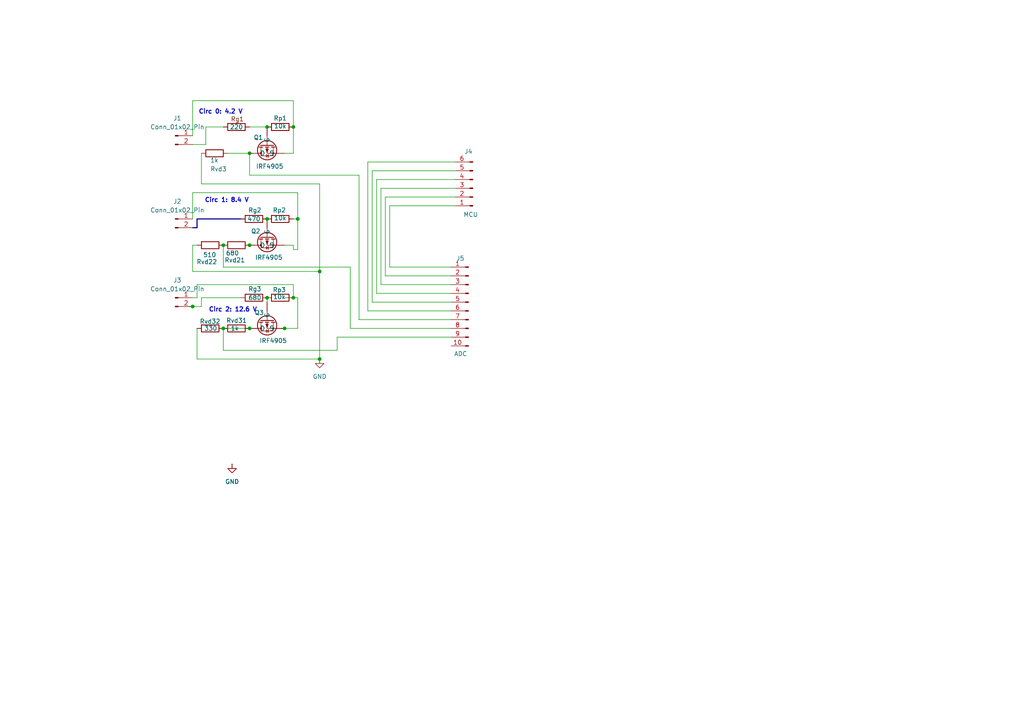
<source format=kicad_sch>
(kicad_sch (version 20250114) (generator "eeschema") (generator_version "9.0")
  (paper "A4")
  (title_block (title "BMS ") (date "2026-01-01") (rev "01") (comment 5 "Mosfet Switches save power. Only on during measurement") (comment 6 "Three Channels: 4.2V, 8.4V, 12.6V") (comment 7 "creativecommons.com") (comment 8 "Licence: TBD") (comment 9 "Author: Garth John  Martinsen"))
  (lib_symbols
    (symbol "Connector:Conn_01x02_Pin" (pin_names (offset 1.016) (hide yes))
      (property "Reference" "J" (at 0 2.54 0))
      (property "Value" "Conn_01x02_Pin" (at 0 -5.08 0))
      (symbol "Conn_01x02_Pin_1_1"
        (rectangle (start 0.8636 0.127) (end 0 -0.127) (stroke (width 0.1524)) (fill (type outline)))
        (rectangle (start 0.8636 -2.413) (end 0 -2.667) (stroke (width 0.1524)) (fill (type outline)))
        (polyline (pts (xy 1.27 0) (xy 0.8636 0)) (stroke (width 0.1524)))
        (polyline (pts (xy 1.27 -2.54) (xy 0.8636 -2.54)) (stroke (width 0.1524)))
        (pin passive line (at 5.08 0 180) (length 3.81) (name "Pin_1") (number "1"))
        (pin passive line (at 5.08 -2.54 180) (length 3.81) (name "Pin_2") (number "2"))
      )
    )
    (symbol "Connector:Conn_01x06_Pin" (pin_names (offset 1.016) (hide yes))
      (property "Reference" "J" (at 0 7.62 0))
      (property "Value" "Conn_01x06_Pin" (at 0 -10.16 0))
      (symbol "Conn_01x06_Pin_1_1"
        (rectangle (start 0.8636 5.207) (end 0 4.953) (stroke (width 0.1524)) (fill (type outline)))
        (rectangle (start 0.8636 2.667) (end 0 2.413) (stroke (width 0.1524)) (fill (type outline)))
        (rectangle (start 0.8636 0.127) (end 0 -0.127) (stroke (width 0.1524)) (fill (type outline)))
        (rectangle (start 0.8636 -2.413) (end 0 -2.667) (stroke (width 0.1524)) (fill (type outline)))
        (rectangle (start 0.8636 -4.953) (end 0 -5.207) (stroke (width 0.1524)) (fill (type outline)))
        (rectangle (start 0.8636 -7.493) (end 0 -7.747) (stroke (width 0.1524)) (fill (type outline)))
        (polyline (pts (xy 1.27 5.08) (xy 0.8636 5.08)) (stroke (width 0.1524)))
        (polyline (pts (xy 1.27 2.54) (xy 0.8636 2.54)) (stroke (width 0.1524)))
        (polyline (pts (xy 1.27 0) (xy 0.8636 0)) (stroke (width 0.1524)))
        (polyline (pts (xy 1.27 -2.54) (xy 0.8636 -2.54)) (stroke (width 0.1524)))
        (polyline (pts (xy 1.27 -5.08) (xy 0.8636 -5.08)) (stroke (width 0.1524)))
        (polyline (pts (xy 1.27 -7.62) (xy 0.8636 -7.62)) (stroke (width 0.1524)))
        (pin passive line (at 5.08 5.08 180) (length 3.81) (name "Pin_1") (number "1"))
        (pin passive line (at 5.08 2.54 180) (length 3.81) (name "Pin_2") (number "2"))
        (pin passive line (at 5.08 0 180) (length 3.81) (name "Pin_3") (number "3"))
        (pin passive line (at 5.08 -2.54 180) (length 3.81) (name "Pin_4") (number "4"))
        (pin passive line (at 5.08 -5.08 180) (length 3.81) (name "Pin_5") (number "5"))
        (pin passive line (at 5.08 -7.62 180) (length 3.81) (name "Pin_6") (number "6"))
      )
    )
    (symbol "Connector:Conn_01x10_Pin" (pin_names (offset 1.016) (hide yes))
      (property "Reference" "J" (at 0 12.7 0))
      (property "Value" "Conn_01x10_Pin" (at 0 -15.24 0))
      (symbol "Conn_01x10_Pin_1_1"
        (rectangle (start 0.8636 10.287) (end 0 10.033) (stroke (width 0.1524)) (fill (type outline)))
        (rectangle (start 0.8636 7.747) (end 0 7.493) (stroke (width 0.1524)) (fill (type outline)))
        (rectangle (start 0.8636 5.207) (end 0 4.953) (stroke (width 0.1524)) (fill (type outline)))
        (rectangle (start 0.8636 2.667) (end 0 2.413) (stroke (width 0.1524)) (fill (type outline)))
        (rectangle (start 0.8636 0.127) (end 0 -0.127) (stroke (width 0.1524)) (fill (type outline)))
        (rectangle (start 0.8636 -2.413) (end 0 -2.667) (stroke (width 0.1524)) (fill (type outline)))
        (rectangle (start 0.8636 -4.953) (end 0 -5.207) (stroke (width 0.1524)) (fill (type outline)))
        (rectangle (start 0.8636 -7.493) (end 0 -7.747) (stroke (width 0.1524)) (fill (type outline)))
        (rectangle (start 0.8636 -10.033) (end 0 -10.287) (stroke (width 0.1524)) (fill (type outline)))
        (rectangle (start 0.8636 -12.573) (end 0 -12.827) (stroke (width 0.1524)) (fill (type outline)))
        (polyline (pts (xy 1.27 10.16) (xy 0.8636 10.16)) (stroke (width 0.1524)))
        (polyline (pts (xy 1.27 7.62) (xy 0.8636 7.62)) (stroke (width 0.1524)))
        (polyline (pts (xy 1.27 5.08) (xy 0.8636 5.08)) (stroke (width 0.1524)))
        (polyline (pts (xy 1.27 2.54) (xy 0.8636 2.54)) (stroke (width 0.1524)))
        (polyline (pts (xy 1.27 0) (xy 0.8636 0)) (stroke (width 0.1524)))
        (polyline (pts (xy 1.27 -2.54) (xy 0.8636 -2.54)) (stroke (width 0.1524)))
        (polyline (pts (xy 1.27 -5.08) (xy 0.8636 -5.08)) (stroke (width 0.1524)))
        (polyline (pts (xy 1.27 -7.62) (xy 0.8636 -7.62)) (stroke (width 0.1524)))
        (polyline (pts (xy 1.27 -10.16) (xy 0.8636 -10.16)) (stroke (width 0.1524)))
        (polyline (pts (xy 1.27 -12.7) (xy 0.8636 -12.7)) (stroke (width 0.1524)))
        (pin passive line (at 5.08 10.16 180) (length 3.81) (name "Pin_1") (number "1"))
        (pin passive line (at 5.08 7.62 180) (length 3.81) (name "Pin_2") (number "2"))
        (pin passive line (at 5.08 5.08 180) (length 3.81) (name "Pin_3") (number "3"))
        (pin passive line (at 5.08 2.54 180) (length 3.81) (name "Pin_4") (number "4"))
        (pin passive line (at 5.08 0 180) (length 3.81) (name "Pin_5") (number "5"))
        (pin passive line (at 5.08 -2.54 180) (length 3.81) (name "Pin_6") (number "6"))
        (pin passive line (at 5.08 -5.08 180) (length 3.81) (name "Pin_7") (number "7"))
        (pin passive line (at 5.08 -7.62 180) (length 3.81) (name "Pin_8") (number "8"))
        (pin passive line (at 5.08 -10.16 180) (length 3.81) (name "Pin_9") (number "9"))
        (pin passive line (at 5.08 -12.7 180) (length 3.81) (name "Pin_10") (number "10"))
      )
    )
    (symbol "Device:R" (pin_numbers (hide yes)) (pin_names (offset 0))
      (property "Reference" "R" (at 1.27 -0.762 0))
      (property "Value" "Rp1" (at 1.27 1.27 0))
      (symbol "R_0_1"
        (rectangle (start -1.27 2.286) (end 3.81 0.254) (stroke (width 0.254)))
      )
      (symbol "R_1_1"
        (pin passive line (at -2.54 1.27 0) (length 1.27) (name "~") (number "2"))
        (pin passive line (at 5.08 1.27 180) (length 1.27) (name "~") (number "1"))
      )
    )
    (symbol "IRF4905_1" (pin_numbers (hide yes))
      (property "Reference" "Q" (at 5.08 1.905 0))
      (property "Value" "IRF4905" (at 5.08 0 0))
      (symbol "IRF4905_1_0_1"
        (polyline (pts (xy 0.254 1.905) (xy 0.254 -1.905)) (stroke (width 0.254)))
        (polyline (pts (xy 0.254 0) (xy -2.54 0)))
        (polyline (pts (xy 0.762 2.286) (xy 0.762 1.27)) (stroke (width 0.254)))
        (polyline (pts (xy 0.762 1.778) (xy 3.302 1.778) (xy 3.302 -1.778) (xy 0.762 -1.778)))
        (polyline (pts (xy 0.762 0.508) (xy 0.762 -0.508)) (stroke (width 0.254)))
        (polyline (pts (xy 0.762 -1.27) (xy 0.762 -2.286)) (stroke (width 0.254)))
        (circle (center 1.651 0) (radius 2.794) (stroke (width 0.254)))
        (polyline (pts (xy 2.286 0) (xy 1.27 0.381) (xy 1.27 -0.381) (xy 2.286 0)) (fill (type outline)))
        (polyline (pts (xy 2.54 2.54) (xy 2.54 1.778)))
        (circle (center 2.54 1.778) (radius 0.254) (fill (type outline)))
        (circle (center 2.54 -1.778) (radius 0.254) (fill (type outline)))
        (polyline (pts (xy 2.54 -2.54) (xy 2.54 0) (xy 0.762 0)))
        (polyline (pts (xy 2.794 -0.508) (xy 2.921 -0.381) (xy 3.683 -0.381) (xy 3.81 -0.254)))
        (polyline (pts (xy 3.302 -0.381) (xy 2.921 0.254) (xy 3.683 0.254) (xy 3.302 -0.381)))
      )
      (symbol "IRF4905_1_1_1"
        (pin input line (at -5.08 0 0) (length 2.54) (name "G") (number "1"))
        (pin passive line (at 2.54 5.08 270) (length 2.54) (name "D") (number "2"))
        (pin passive line (at 2.54 -5.08 90) (length 2.54) (name "S") (number "3"))
      )
    )
    (symbol "IRF4905_2" (pin_numbers (hide yes))
      (property "Reference" "Q" (at 5.08 1.905 0))
      (property "Value" "IRF4905" (at 5.08 0 0))
      (symbol "IRF4905_2_0_1"
        (polyline (pts (xy 0.254 1.905) (xy 0.254 -1.905)) (stroke (width 0.254)))
        (polyline (pts (xy 0.254 0) (xy -2.54 0)))
        (polyline (pts (xy 0.762 2.286) (xy 0.762 1.27)) (stroke (width 0.254)))
        (polyline (pts (xy 0.762 1.778) (xy 3.302 1.778) (xy 3.302 -1.778) (xy 0.762 -1.778)))
        (polyline (pts (xy 0.762 0.508) (xy 0.762 -0.508)) (stroke (width 0.254)))
        (polyline (pts (xy 0.762 -1.27) (xy 0.762 -2.286)) (stroke (width 0.254)))
        (circle (center 1.651 0) (radius 2.794) (stroke (width 0.254)))
        (polyline (pts (xy 2.286 0) (xy 1.27 0.381) (xy 1.27 -0.381) (xy 2.286 0)) (fill (type outline)))
        (polyline (pts (xy 2.54 2.54) (xy 2.54 1.778)))
        (circle (center 2.54 1.778) (radius 0.254) (fill (type outline)))
        (circle (center 2.54 -1.778) (radius 0.254) (fill (type outline)))
        (polyline (pts (xy 2.54 -2.54) (xy 2.54 0) (xy 0.762 0)))
        (polyline (pts (xy 2.794 -0.508) (xy 2.921 -0.381) (xy 3.683 -0.381) (xy 3.81 -0.254)))
        (polyline (pts (xy 3.302 -0.381) (xy 2.921 0.254) (xy 3.683 0.254) (xy 3.302 -0.381)))
      )
      (symbol "IRF4905_2_1_1"
        (pin input line (at -5.08 0 0) (length 2.54) (name "G") (number "1"))
        (pin passive line (at 2.54 5.08 270) (length 2.54) (name "D") (number "2"))
        (pin passive line (at 2.54 -5.08 90) (length 2.54) (name "S") (number "3"))
      )
    )
    (symbol "R_1" (pin_numbers (hide yes)) (pin_names (offset 0))
      (property "Reference" "R" (at 2.032 0 90))
      (property "Value" "R" (at 0 0 90))
      (symbol "R_1_0_1"
        (rectangle (start -1.016 -2.54) (end 1.016 2.54) (stroke (width 0.254)))
      )
      (symbol "R_1_1_1"
        (pin passive line (at 0 3.81 270) (length 1.27) (name "~") (number "1"))
        (pin passive line (at 0 -3.81 90) (length 1.27) (name "~") (number "2"))
      )
    )
    (symbol "Transistor_FET:IRF4905" (pin_numbers (hide yes))
      (property "Reference" "Q" (at 5.08 1.905 0))
      (property "Value" "IRF4905" (at 5.08 0 0))
      (symbol "IRF4905_0_1"
        (polyline (pts (xy 0.254 1.905) (xy 0.254 -1.905)) (stroke (width 0.254)))
        (polyline (pts (xy 0.254 0) (xy -2.54 0)))
        (polyline (pts (xy 0.762 2.286) (xy 0.762 1.27)) (stroke (width 0.254)))
        (polyline (pts (xy 0.762 1.778) (xy 3.302 1.778) (xy 3.302 -1.778) (xy 0.762 -1.778)))
        (polyline (pts (xy 0.762 0.508) (xy 0.762 -0.508)) (stroke (width 0.254)))
        (polyline (pts (xy 0.762 -1.27) (xy 0.762 -2.286)) (stroke (width 0.254)))
        (circle (center 1.651 0) (radius 2.794) (stroke (width 0.254)))
        (polyline (pts (xy 2.286 0) (xy 1.27 0.381) (xy 1.27 -0.381) (xy 2.286 0)) (fill (type outline)))
        (polyline (pts (xy 2.54 2.54) (xy 2.54 1.778)))
        (circle (center 2.54 1.778) (radius 0.254) (fill (type outline)))
        (circle (center 2.54 -1.778) (radius 0.254) (fill (type outline)))
        (polyline (pts (xy 2.54 -2.54) (xy 2.54 0) (xy 0.762 0)))
        (polyline (pts (xy 2.794 -0.508) (xy 2.921 -0.381) (xy 3.683 -0.381) (xy 3.81 -0.254)))
        (polyline (pts (xy 3.302 -0.381) (xy 2.921 0.254) (xy 3.683 0.254) (xy 3.302 -0.381)))
      )
      (symbol "IRF4905_1_1"
        (pin input line (at -5.08 0 0) (length 2.54) (name "G") (number "1"))
        (pin passive line (at 2.54 5.08 270) (length 2.54) (name "D") (number "2"))
        (pin passive line (at 2.54 -5.08 90) (length 2.54) (name "S") (number "3"))
      )
    )
    (symbol "power:GND" (power) (pin_numbers (hide yes)) (pin_names (offset 0) (hide yes))
      (property "Value" "GND" (at 0 -3.81 0))
      (symbol "GND_0_1"
        (polyline (pts (xy 0 0) (xy 0 -1.27) (xy 1.27 -1.27) (xy 0 -2.54) (xy -1.27 -1.27) (xy 0 -1.27)))
      )
      (symbol "GND_1_1"
        (pin power_in line (at 0 0 270) (length 0) (name "~") (number "1"))
      )
    )
  )
  (text "Circ 2: 12.6 V" (at 67.564 89.916 0) (effects (font (size 1.27 1.27) (thickness 0.254) (bold yes))))
  (text "Circ 1: 8.4 V" (at 65.786 58.166 0) (effects (font (size 1.27 1.27) (thickness 0.254) (bold yes))))
  (text "Circ 0: 4.2 V" (at 64.008 32.512 0) (effects (font (size 1.27 1.27) (thickness 0.254) (bold yes))))
  (junction (at 77.47 86.36))
  (junction (at 82.55 95.25))
  (junction (at 64.77 71.12))
  (junction (at 85.09 86.36))
  (junction (at 55.88 88.9))
  (junction (at 77.47 63.5))
  (junction (at 85.09 36.83))
  (junction (at 92.71 78.74))
  (junction (at 72.39 71.12))
  (junction (at 77.47 36.83))
  (junction (at 92.71 104.14))
  (junction (at 64.77 95.25))
  (junction (at 72.39 44.45))
  (junction (at 72.39 95.25))
  (junction (at 86.36 63.5))
  (wire (pts (xy 86.36 86.36) (xy 86.36 95.25)))
  (wire (pts (xy 73.66 44.45) (xy 72.39 44.45)))
  (wire (pts (xy 85.09 29.21) (xy 55.88 29.21)))
  (wire (pts (xy 85.09 71.12) (xy 82.55 71.12)))
  (wire (pts (xy 85.09 44.45) (xy 82.55 44.45)))
  (wire (pts (xy 106.68 46.99) (xy 106.68 90.17)))
  (wire (pts (xy 132.08 52.07) (xy 109.22 52.07)))
  (wire (pts (xy 77.47 86.36) (xy 77.47 87.63)))
  (wire (pts (xy 55.88 88.9) (xy 58.42 88.9)))
  (wire (pts (xy 85.09 72.39) (xy 85.09 71.12)))
  (wire (pts (xy 71.12 71.12) (xy 72.39 71.12)))
  (wire (pts (xy 59.69 41.91) (xy 55.88 41.91)))
  (wire (pts (xy 97.79 97.79) (xy 97.79 101.6)))
  (wire (pts (xy 130.81 90.17) (xy 106.68 90.17)))
  (wire (pts (xy 111.76 57.15) (xy 111.76 80.01)))
  (wire (pts (xy 113.03 59.69) (xy 132.08 59.69)))
  (wire (pts (xy 55.88 78.74) (xy 92.71 78.74)))
  (bus (pts (xy 55.88 66.04) (xy 57.15 66.04)))
  (wire (pts (xy 58.42 44.45) (xy 58.42 53.34)))
  (wire (pts (xy 107.95 49.53) (xy 132.08 49.53)))
  (wire (pts (xy 76.2 86.36) (xy 77.47 86.36)))
  (wire (pts (xy 109.22 85.09) (xy 130.81 85.09)))
  (wire (pts (xy 55.88 86.36) (xy 57.15 86.36)))
  (wire (pts (xy 132.08 57.15) (xy 111.76 57.15)))
  (wire (pts (xy 64.77 36.83) (xy 59.69 36.83)))
  (wire (pts (xy 86.36 55.88) (xy 86.36 63.5)))
  (wire (pts (xy 92.71 53.34) (xy 92.71 78.74)))
  (wire (pts (xy 57.15 86.36) (xy 57.15 82.55)))
  (wire (pts (xy 64.77 101.6) (xy 97.79 101.6)))
  (wire (pts (xy 85.09 72.39) (xy 86.36 72.39)))
  (wire (pts (xy 57.15 104.14) (xy 92.71 104.14)))
  (wire (pts (xy 69.85 86.36) (xy 58.42 86.36)))
  (wire (pts (xy 110.49 54.61) (xy 110.49 82.55)))
  (wire (pts (xy 64.77 77.47) (xy 101.6 77.47)))
  (wire (pts (xy 55.88 55.88) (xy 86.36 55.88)))
  (wire (pts (xy 109.22 52.07) (xy 109.22 85.09)))
  (wire (pts (xy 85.09 82.55) (xy 85.09 86.36)))
  (wire (pts (xy 55.88 71.12) (xy 55.88 78.74)))
  (wire (pts (xy 58.42 53.34) (xy 92.71 53.34)))
  (wire (pts (xy 104.14 92.71) (xy 104.14 50.8)))
  (wire (pts (xy 72.39 71.12) (xy 73.66 71.12)))
  (wire (pts (xy 85.09 63.5) (xy 86.36 63.5)))
  (wire (pts (xy 110.49 82.55) (xy 130.81 82.55)))
  (wire (pts (xy 64.77 95.25) (xy 72.39 95.25)))
  (wire (pts (xy 106.68 46.99) (xy 132.08 46.99)))
  (wire (pts (xy 92.71 78.74) (xy 92.71 104.14)))
  (wire (pts (xy 82.55 86.36) (xy 85.09 86.36)))
  (wire (pts (xy 81.28 95.25) (xy 82.55 95.25)))
  (wire (pts (xy 66.04 44.45) (xy 72.39 44.45)))
  (wire (pts (xy 101.6 95.25) (xy 130.81 95.25)))
  (wire (pts (xy 59.69 36.83) (xy 59.69 41.91)))
  (wire (pts (xy 86.36 63.5) (xy 86.36 72.39)))
  (wire (pts (xy 55.88 71.12) (xy 57.15 71.12)))
  (bus (pts (xy 57.15 63.5) (xy 57.15 66.04)))
  (wire (pts (xy 113.03 77.47) (xy 130.81 77.47)))
  (wire (pts (xy 104.14 92.71) (xy 130.81 92.71)))
  (wire (pts (xy 82.55 95.25) (xy 86.36 95.25)))
  (wire (pts (xy 58.42 86.36) (xy 58.42 88.9)))
  (wire (pts (xy 64.77 71.12) (xy 64.77 77.47)))
  (wire (pts (xy 97.79 97.79) (xy 130.81 97.79)))
  (wire (pts (xy 54.61 88.9) (xy 55.88 88.9)))
  (wire (pts (xy 130.81 87.63) (xy 107.95 87.63)))
  (wire (pts (xy 71.12 63.5) (xy 69.85 63.5)))
  (wire (pts (xy 111.76 80.01) (xy 130.81 80.01)))
  (wire (pts (xy 101.6 77.47) (xy 101.6 95.25)))
  (wire (pts (xy 72.39 36.83) (xy 77.47 36.83)))
  (wire (pts (xy 113.03 59.69) (xy 113.03 77.47)))
  (bus (pts (xy 57.15 63.5) (xy 69.85 63.5)))
  (wire (pts (xy 104.14 50.8) (xy 72.39 50.8)))
  (wire (pts (xy 64.77 95.25) (xy 64.77 101.6)))
  (wire (pts (xy 85.09 29.21) (xy 85.09 36.83)))
  (wire (pts (xy 85.09 86.36) (xy 86.36 86.36)))
  (wire (pts (xy 55.88 29.21) (xy 55.88 39.37)))
  (wire (pts (xy 57.15 82.55) (xy 85.09 82.55)))
  (wire (pts (xy 72.39 44.45) (xy 72.39 50.8)))
  (wire (pts (xy 107.95 87.63) (xy 107.95 49.53)))
  (wire (pts (xy 85.09 36.83) (xy 85.09 44.45)))
  (wire (pts (xy 57.15 95.25) (xy 57.15 104.14)))
  (wire (pts (xy 55.88 63.5) (xy 55.88 55.88)))
  (wire (pts (xy 132.08 54.61) (xy 110.49 54.61)))
  (symbol (lib_id "Device:R") (at 80.01 87.63 0) (unit 1)
    (property "Reference" "Rp3" (at 81.026 84.074 0))
    (property "Value" "10k" (at 81.026 86.106 0))
    (property "Footprint" "Connector_Wire:SolderWire-0.75sqmm_1x02_P7mm_D1.25mm_OD3.5mm" (effects (hide yes)))
    (property "Description" "Pullup Resistor" (effects (hide yes)))
  )
  (symbol (lib_name "R_1") (lib_id "Device:R") (at 68.58 71.12 90) (unit 1)
    (property "Reference" "Rvd21" (at 71.12 75.438 90) (effects (justify left)))
    (property "Value" "680" (at 69.342 73.406 90) (effects (justify left)))
    (property "Footprint" "Connector_Wire:SolderWire-0.75sqmm_1x02_P7mm_D1.25mm_OD3.5mm" (effects (hide yes)))
    (property "Description" "upper resistor of voltage divider" (effects (hide yes)))
  )
  (symbol (lib_id "Device:R") (at 80.01 38.1 0) (unit 1)
    (property "Reference" "Rp1" (at 81.28 34.29 0))
    (property "Value" "10k" (at 81.28 36.576 0))
    (property "Footprint" "Connector_Wire:SolderWire-0.75sqmm_1x02_P7mm_D1.25mm_OD3.5mm" (effects (hide yes)))
    (property "Description" "Pullup Resistor" (effects (hide yes)))
  )
  (symbol (lib_id "Transistor_FET:IRF4905") (at 77.47 41.91 90) (mirror x) (unit 1)
    (property "Reference" "Q1" (at 74.93 39.878 90))
    (property "Value" "IRF4905" (at 78.232 48.26 90))
    (property "Footprint" "Package_TO_SOT_THT:TO-220-3_Vertical" (effects (hide yes)))
    (property "Datasheet" "http://www.infineon.com/dgdl/irf4905.pdf?fileId=5546d462533600a4015355e32165197c" (effects (hide yes)))
    (property "Description" "-74A Id, -55V Vds, Single P-Channel HEXFET Power MOSFET, 20mOhm Ron, TO-220AB" (effects (hide yes)))
  )
  (symbol (lib_name "IRF4905_1") (lib_id "Transistor_FET:IRF4905") (at 77.47 92.71 90) (mirror x) (unit 1)
    (property "Reference" "Q3" (at 75.184 90.678 90))
    (property "Value" "IRF4905" (at 79.248 98.806 90))
    (property "Footprint" "Package_TO_SOT_THT:TO-220-3_Vertical" (effects (hide yes)))
    (property "Datasheet" "http://www.infineon.com/dgdl/irf4905.pdf?fileId=5546d462533600a4015355e32165197c" (effects (hide yes)))
    (property "Description" "-74A Id, -55V Vds, Single P-Channel HEXFET Power MOSFET, 20mOhm Ron, TO-220AB" (effects (hide yes)))
  )
  (symbol (lib_id "power:GND") (at 92.71 104.14 0) (unit 1)
    (property "Reference" "#PWR03" (effects (hide yes)))
    (property "Value" "GND" (at 92.71 109.22 0))
    (property "Description" "Power symbol creates a global label with name \"GND\" , ground" (effects (hide yes)))
  )
  (symbol (lib_id "Connector:Conn_01x02_Pin") (at 50.8 86.36 0) (unit 1)
    (property "Reference" "J3" (at 51.435 81.28 0))
    (property "Value" "Conn_01x02_Pin" (at 51.435 83.82 0))
    (property "Footprint" "Connector_PinSocket_2.54mm:PinSocket_1x02_P2.54mm_Vertical" (effects (hide yes)))
    (property "Description" "Generic connector, single row, 01x02, script generated" (effects (hide yes)))
  )
  (symbol (lib_id "power:GND") (at 67.31 134.62 0) (unit 1)
    (property "Reference" "#PWR01" (effects (hide yes)))
    (property "Value" "GND" (at 67.31 139.7 0))
    (property "Description" "Power symbol creates a global label with name \"GND\" , ground" (effects (hide yes)))
  )
  (symbol (lib_name "R_1") (lib_id "Device:R") (at 62.23 44.45 90) (unit 1)
    (property "Reference" "Rvd3" (at 60.96 49.022 90) (effects (justify right)))
    (property "Value" "1k" (at 60.96 46.482 90) (effects (justify right)))
    (property "Footprint" "Connector_Wire:SolderWire-0.75sqmm_1x02_P7mm_D1.25mm_OD3.5mm" (effects (hide yes)))
    (property "Description" "load resistor in 4.2V Circ" (effects (hide yes)))
  )
  (symbol (lib_id "Connector:Conn_01x10_Pin") (at 135.89 87.63 0) (mirror y) (unit 1)
    (property "Reference" "J5" (at 132.334 74.93 0) (effects (justify right)))
    (property "Value" "ADC" (at 133.604 102.616 0))
    (property "Footprint" "Connector_PinSocket_2.54mm:PinSocket_1x10_P2.54mm_Vertical_SMD_Pin1Left" (effects (hide yes)))
    (property "Description" "Generic connector, single row, 01x10, script generated" (effects (hide yes)))
  )
  (symbol (lib_id "Connector:Conn_01x02_Pin") (at 50.8 39.37 0) (unit 1)
    (property "Reference" "J1" (at 51.435 34.29 0))
    (property "Value" "Conn_01x02_Pin" (at 51.435 36.83 0))
    (property "Footprint" "Connector_PinSocket_2.54mm:PinSocket_1x02_P2.54mm_Vertical" (effects (hide yes)))
    (property "Description" "Generic connector, single row, 01x02, script generated" (effects (hide yes)))
  )
  (symbol (lib_name "R_1") (lib_id "Device:R") (at 73.66 86.36 270) (unit 1)
    (property "Reference" "Rg3" (at 73.914 83.82 90))
    (property "Value" "680" (at 73.914 86.36 90))
    (property "Footprint" "Connector_Wire:SolderWire-0.75sqmm_1x02_P7mm_D1.25mm_OD3.5mm" (effects (hide yes)))
    (property "Description" "gate bias resistor" (effects (hide yes)))
  )
  (symbol (lib_name "R_1") (lib_id "Device:R") (at 60.96 71.12 270) (unit 1)
    (property "Reference" "Rvd22" (at 62.992 75.946 90) (effects (justify right)))
    (property "Value" "510" (at 62.738 73.914 90) (effects (justify right)))
    (property "Footprint" "Connector_Wire:SolderWire-0.75sqmm_1x02_P7mm_D1.25mm_OD3.5mm" (effects (hide yes)))
    (property "Description" "lower voltage divider resistor 8.4V Circ" (effects (hide yes)))
  )
  (symbol (lib_name "IRF4905_2") (lib_id "Transistor_FET:IRF4905") (at 77.47 68.58 90) (mirror x) (unit 1)
    (property "Reference" "Q2" (at 74.168 67.056 90))
    (property "Value" "IRF4905" (at 77.978 74.676 90))
    (property "Footprint" "Package_TO_SOT_THT:TO-220-3_Vertical" (effects (hide yes)))
    (property "Datasheet" "http://www.infineon.com/dgdl/irf4905.pdf?fileId=5546d462533600a4015355e32165197c" (effects (hide yes)))
    (property "Description" "-74A Id, -55V Vds, Single P-Channel HEXFET Power MOSFET, 20mOhm Ron, TO-220AB" (effects (hide yes)))
  )
  (symbol (lib_id "Connector:Conn_01x06_Pin") (at 137.16 54.61 180) (unit 1)
    (property "Reference" "J4" (at 135.89 43.942 0))
    (property "Value" "MCU" (at 136.525 62.23 0))
    (property "Footprint" "Connector_PinSocket_2.54mm:PinSocket_1x10_P2.54mm_Vertical_SMD_Pin1Left" (effects (hide yes)))
    (property "Description" "Generic connector, single row, 01x06, script generated" (effects (hide yes)))
  )
  (symbol (lib_id "Connector:Conn_01x02_Pin") (at 50.8 63.5 0) (unit 1)
    (property "Reference" "J2" (at 51.435 58.42 0))
    (property "Value" "Conn_01x02_Pin" (at 51.435 60.96 0))
    (property "Footprint" "Connector_PinSocket_2.54mm:PinSocket_1x02_P2.54mm_Vertical" (effects (hide yes)))
    (property "Description" "Generic connector, single row, 01x02, script generated" (effects (hide yes)))
  )
  (symbol (lib_name "R_1") (lib_id "Device:R") (at 60.96 95.25 90) (unit 1)
    (property "Reference" "Rvd32" (at 57.912 93.218 90) (effects (justify right)))
    (property "Value" "330" (at 59.182 95.25 90) (effects (justify right)))
    (property "Footprint" "Connector_Wire:SolderWire-0.75sqmm_1x02_P7mm_D1.25mm_OD3.5mm" (effects (hide yes)))
    (property "Description" "lower resistor of voltage divider 12.6V Circ" (effects (hide yes)))
  )
  (symbol (lib_id "power:GND") (at 67.31 134.62 0) (unit 1)
    (property "Reference" "#PWR02" (effects (hide yes)))
    (property "Value" "GND" (at 67.31 139.7 0))
    (property "Description" "Power symbol creates a global label with name \"GND\" , ground" (effects (hide yes)))
  )
  (symbol (lib_name "R_1") (lib_id "Device:R") (at 73.66 63.5 270) (unit 1)
    (property "Reference" "Rg2" (at 73.914 60.96 90))
    (property "Value" "470" (at 73.66 63.5 90))
    (property "Footprint" "Connector_Wire:SolderWire-0.75sqmm_1x02_P7mm_D1.25mm_OD3.5mm" (effects (hide yes)))
    (property "Description" "gate bias resistor" (effects (hide yes)))
  )
  (symbol (lib_name "R_1") (lib_id "Device:R") (at 68.58 36.83 270) (unit 1)
    (property "Reference" "Rg1" (at 68.834 34.544 90))
    (property "Value" "220" (at 68.58 36.83 90))
    (property "Footprint" "Connector_Wire:SolderWire-0.75sqmm_1x02_P7mm_D1.25mm_OD3.5mm" (effects (hide yes)))
    (property "Description" "gate bias resistor" (effects (hide yes)))
  )
  (symbol (lib_name "R_1") (lib_id "Device:R") (at 68.58 95.25 270) (unit 1)
    (property "Reference" "Rvd31" (at 71.628 92.964 90) (effects (justify right)))
    (property "Value" "1k" (at 69.342 95.25 90) (effects (justify right)))
    (property "Footprint" "Connector_Wire:SolderWire-0.75sqmm_1x02_P7mm_D1.25mm_OD3.5mm" (effects (hide yes)))
    (property "Description" "upper resistor of voltage divider" (effects (hide yes)))
  )
  (symbol (lib_id "Device:R") (at 80.01 64.77 0) (unit 1)
    (property "Reference" "Rp2" (at 81.026 60.96 0))
    (property "Value" "10k" (at 81.28 63.246 0))
    (property "Footprint" "Connector_Wire:SolderWire-0.75sqmm_1x02_P7mm_D1.25mm_OD3.5mm" (effects (hide yes)))
    (property "Description" "Pullup Resistor" (effects (hide yes)))
  )
)
</source>
